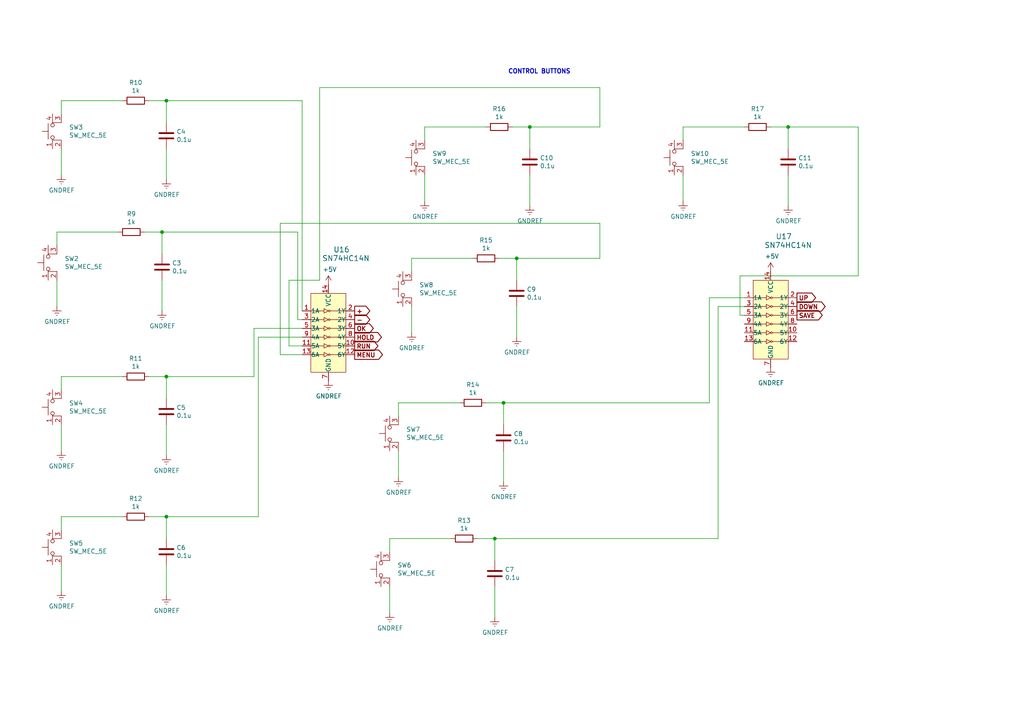
<source format=kicad_sch>
(kicad_sch (version 20211123) (generator eeschema)
  (paper "A4")
  (lib_symbols
    (symbol "Device:C" (pin_numbers hide) (pin_names (offset 0.254))
      (property "Reference" "C" (at 0.635 2.54 0))
      (property "Value" "C" (at 0.635 -2.54 0))
      (symbol "C_0_1"
        (polyline (pts (xy -2.032 -0.762) (xy 2.032 -0.762)) (stroke (width 0.508)))
        (polyline (pts (xy -2.032 0.762) (xy 2.032 0.762)) (stroke (width 0.508)))
      )
      (symbol "C_1_1"
        (pin passive line (at 0 3.81 270) (length 2.794) (name "~") (number "1"))
        (pin passive line (at 0 -3.81 90) (length 2.794) (name "~") (number "2"))
      )
    )
    (symbol "Device:R" (pin_numbers hide) (pin_names (offset 0))
      (property "Reference" "R" (at 2.032 0 90))
      (property "Value" "R" (at 0 0 90))
      (symbol "R_0_1"
        (rectangle (start -1.016 -2.54) (end 1.016 2.54) (stroke (width 0.254)))
      )
      (symbol "R_1_1"
        (pin passive line (at 0 3.81 270) (length 1.27) (name "~") (number "1"))
        (pin passive line (at 0 -3.81 90) (length 1.27) (name "~") (number "2"))
      )
    )
    (symbol "Switch:SW_MEC_5E" (pin_names (offset 1.016) hide)
      (property "Reference" "SW" (at 0.635 5.715 0))
      (property "Value" "SW_MEC_5E" (at 0 -3.175 0))
      (symbol "SW_MEC_5E_0_1"
        (circle (center -1.778 2.54) (radius 0.508))
        (polyline (pts (xy -2.286 3.81) (xy 2.286 3.81)))
        (polyline (pts (xy 0 3.81) (xy 0 5.588)))
        (polyline (pts (xy -2.54 0) (xy -2.54 2.54) (xy -2.286 2.54)))
        (polyline (pts (xy 2.54 0) (xy 2.54 2.54) (xy 2.286 2.54)))
        (circle (center 1.778 2.54) (radius 0.508))
        (pin passive line (at -5.08 2.54 0) (length 2.54) (name "1") (number "1"))
        (pin passive line (at -5.08 0 0) (length 2.54) (name "2") (number "2"))
        (pin passive line (at 5.08 0 180) (length 2.54) (name "K") (number "3"))
        (pin passive line (at 5.08 2.54 180) (length 2.54) (name "A") (number "4"))
      )
    )
    (symbol "dk_Logic-Gates-and-Inverters:SN74HC14N" (pin_names (offset 0.0254))
      (property "Reference" "U" (at -2.54 13.716 0))
      (property "Value" "dk_Logic-Gates-and-Inverters_SN74HC14N" (at 0.254 -11.43 0))
      (symbol "SN74HC14N_0_1"
        (rectangle (start -5.08 12.7) (end 5.08 -10.16) (fill (type background)))
        (polyline (pts (xy -2.54 -5.08) (xy -5.08 -5.08)))
        (polyline (pts (xy -2.54 -2.54) (xy -5.08 -2.54)))
        (polyline (pts (xy -2.54 -2.54) (xy -1.27 -2.54)))
        (polyline (pts (xy -2.54 0) (xy -5.08 0)))
        (polyline (pts (xy -2.54 2.54) (xy -5.08 2.54)))
        (polyline (pts (xy -2.54 2.54) (xy -1.27 2.54)))
        (polyline (pts (xy -2.54 5.08) (xy -5.08 5.08)))
        (polyline (pts (xy -2.54 7.62) (xy -5.08 7.62)))
        (polyline (pts (xy -1.27 -5.08) (xy -2.54 -5.08)))
        (polyline (pts (xy -1.27 0) (xy -2.54 0)))
        (polyline (pts (xy -1.27 5.08) (xy -2.54 5.08)))
        (polyline (pts (xy -1.27 7.62) (xy -2.54 7.62)))
        (polyline (pts (xy 0.508 -5.08) (xy 2.54 -5.08)))
        (polyline (pts (xy 0.508 0) (xy 2.54 0)))
        (polyline (pts (xy 0.508 2.54) (xy 2.54 2.54)))
        (polyline (pts (xy 0.508 5.08) (xy 2.54 5.08)))
        (polyline (pts (xy 2.54 -2.54) (xy 0.508 -2.54)))
        (polyline (pts (xy 2.54 7.62) (xy 0.508 7.62)))
        (polyline (pts (xy 5.08 -5.08) (xy 2.54 -5.08)))
        (polyline (pts (xy 5.08 -2.54) (xy 2.54 -2.54)))
        (polyline (pts (xy 5.08 0) (xy 2.54 0)))
        (polyline (pts (xy 5.08 2.54) (xy 2.54 2.54)))
        (polyline (pts (xy 5.08 5.08) (xy 2.54 5.08)))
        (polyline (pts (xy 5.08 7.62) (xy 2.54 7.62)))
        (polyline (pts (xy -1.27 -4.445) (xy -1.27 -5.715) (xy 0 -5.08) (xy -1.27 -4.445)))
        (polyline (pts (xy -1.27 -1.905) (xy -1.27 -3.175) (xy 0 -2.54) (xy -1.27 -1.905)))
        (polyline (pts (xy -1.27 0.635) (xy -1.27 -0.635) (xy 0 0) (xy -1.27 0.635)))
        (polyline (pts (xy -1.27 3.175) (xy -1.27 1.905) (xy 0 2.54) (xy -1.27 3.175)))
        (polyline (pts (xy -1.27 5.715) (xy -1.27 4.445) (xy 0 5.08) (xy -1.27 5.715)))
        (polyline (pts (xy -1.27 8.255) (xy -1.27 6.985) (xy 0 7.62) (xy -1.27 8.255)))
        (circle (center 0.254 -5.08) (radius 0.254))
        (circle (center 0.254 -2.54) (radius 0.254))
        (circle (center 0.254 0) (radius 0.254))
        (circle (center 0.254 2.54) (radius 0.254))
        (circle (center 0.254 5.08) (radius 0.254))
        (circle (center 0.254 7.62) (radius 0.254))
      )
      (symbol "SN74HC14N_1_1"
        (pin input line (at -7.62 7.62 0) (length 2.54) (name "1A") (number "1"))
        (pin output line (at 7.62 -2.54 180) (length 2.54) (name "5Y") (number "10"))
        (pin input line (at -7.62 -2.54 0) (length 2.54) (name "5A") (number "11"))
        (pin output line (at 7.62 -5.08 180) (length 2.54) (name "6Y") (number "12"))
        (pin input line (at -7.62 -5.08 0) (length 2.54) (name "6A") (number "13"))
        (pin power_in line (at 0 15.24 270) (length 2.54) (name "VCC") (number "14"))
        (pin output line (at 7.62 7.62 180) (length 2.54) (name "1Y") (number "2"))
        (pin input line (at -7.62 5.08 0) (length 2.54) (name "2A") (number "3"))
        (pin output line (at 7.62 5.08 180) (length 2.54) (name "2Y") (number "4"))
        (pin input line (at -7.62 2.54 0) (length 2.54) (name "3A") (number "5"))
        (pin output line (at 7.62 2.54 180) (length 2.54) (name "3Y") (number "6"))
        (pin power_in line (at 0 -12.7 90) (length 2.54) (name "GND") (number "7"))
        (pin output line (at 7.62 0 180) (length 2.54) (name "4Y") (number "8"))
        (pin input line (at -7.62 0 0) (length 2.54) (name "4A") (number "9"))
      )
    )
    (symbol "power:+5V" (power) (pin_names (offset 0))
      (property "Value" "+5V" (at 0 3.556 0))
      (symbol "+5V_0_1"
        (polyline (pts (xy -0.762 1.27) (xy 0 2.54)))
        (polyline (pts (xy 0 0) (xy 0 2.54)))
        (polyline (pts (xy 0 2.54) (xy 0.762 1.27)))
      )
      (symbol "+5V_1_1"
        (pin power_in line (at 0 0 90) (length 0) hide (name "+5V") (number "1"))
      )
    )
    (symbol "power:GNDREF" (power) (pin_names (offset 0))
      (property "Value" "GNDREF" (at 0 -3.81 0))
      (symbol "GNDREF_0_1"
        (polyline (pts (xy -0.635 -1.905) (xy 0.635 -1.905)))
        (polyline (pts (xy -0.127 -2.54) (xy 0.127 -2.54)))
        (polyline (pts (xy 0 -1.27) (xy 0 0)))
        (polyline (pts (xy 1.27 -1.27) (xy -1.27 -1.27)))
      )
      (symbol "GNDREF_1_1"
        (pin power_in line (at 0 0 270) (length 0) hide (name "GNDREF") (number "1"))
      )
    )
  )
  (junction (at 46.99 67.31))
  (junction (at 143.51 156.21))
  (junction (at 149.86 74.93))
  (junction (at 153.67 36.83))
  (junction (at 48.26 29.21))
  (junction (at 48.26 109.22))
  (junction (at 228.6 36.83))
  (junction (at 48.26 149.86))
  (junction (at 146.05 116.84))
  (wire (pts (xy 143.51 162.56) (xy 143.51 156.21)))
  (wire (pts (xy 48.26 156.21) (xy 48.26 149.86)))
  (wire (pts (xy 214.63 91.44) (xy 215.9 91.44)))
  (wire (pts (xy 17.78 123.19) (xy 17.78 130.81)))
  (wire (pts (xy 17.78 153.67) (xy 17.78 149.86)))
  (wire (pts (xy 17.78 113.03) (xy 17.78 109.22)))
  (wire (pts (xy 48.26 29.21) (xy 87.63 29.21)))
  (wire (pts (xy 144.78 74.93) (xy 149.86 74.93)))
  (wire (pts (xy 228.6 50.8) (xy 228.6 59.69)))
  (wire (pts (xy 123.19 36.83) (xy 140.97 36.83)))
  (wire (pts (xy 198.12 36.83) (xy 215.9 36.83)))
  (wire (pts (xy 119.38 74.93) (xy 137.16 74.93)))
  (wire (pts (xy 43.18 149.86) (xy 48.26 149.86)))
  (wire (pts (xy 92.71 25.4) (xy 92.71 81.28)))
  (wire (pts (xy 17.78 109.22) (xy 35.56 109.22)))
  (wire (pts (xy 48.26 149.86) (xy 74.93 149.86)))
  (wire (pts (xy 46.99 81.28) (xy 46.99 90.17)))
  (wire (pts (xy 73.66 109.22) (xy 73.66 95.25)))
  (wire (pts (xy 119.38 78.74) (xy 119.38 74.93)))
  (wire (pts (xy 81.28 64.77) (xy 81.28 102.87)))
  (wire (pts (xy 113.03 160.02) (xy 113.03 156.21)))
  (wire (pts (xy 208.28 88.9) (xy 215.9 88.9)))
  (wire (pts (xy 46.99 73.66) (xy 46.99 67.31)))
  (wire (pts (xy 48.26 43.18) (xy 48.26 52.07)))
  (wire (pts (xy 115.57 130.81) (xy 115.57 138.43)))
  (wire (pts (xy 149.86 88.9) (xy 149.86 97.79)))
  (wire (pts (xy 17.78 29.21) (xy 35.56 29.21)))
  (wire (pts (xy 92.71 81.28) (xy 83.82 81.28)))
  (wire (pts (xy 148.59 36.83) (xy 153.67 36.83)))
  (wire (pts (xy 115.57 116.84) (xy 133.35 116.84)))
  (wire (pts (xy 153.67 50.8) (xy 153.67 59.69)))
  (wire (pts (xy 173.99 25.4) (xy 92.71 25.4)))
  (wire (pts (xy 248.92 36.83) (xy 248.92 80.01)))
  (wire (pts (xy 113.03 170.18) (xy 113.03 177.8)))
  (wire (pts (xy 87.63 29.21) (xy 87.63 90.17)))
  (wire (pts (xy 146.05 130.81) (xy 146.05 139.7)))
  (wire (pts (xy 17.78 43.18) (xy 17.78 50.8)))
  (wire (pts (xy 146.05 123.19) (xy 146.05 116.84)))
  (wire (pts (xy 17.78 163.83) (xy 17.78 171.45)))
  (wire (pts (xy 205.74 86.36) (xy 215.9 86.36)))
  (wire (pts (xy 223.52 36.83) (xy 228.6 36.83)))
  (wire (pts (xy 146.05 116.84) (xy 205.74 116.84)))
  (wire (pts (xy 74.93 149.86) (xy 74.93 97.79)))
  (wire (pts (xy 198.12 40.64) (xy 198.12 36.83)))
  (wire (pts (xy 248.92 80.01) (xy 214.63 80.01)))
  (wire (pts (xy 48.26 109.22) (xy 73.66 109.22)))
  (wire (pts (xy 228.6 43.18) (xy 228.6 36.83)))
  (wire (pts (xy 83.82 100.33) (xy 87.63 100.33)))
  (wire (pts (xy 214.63 80.01) (xy 214.63 91.44)))
  (wire (pts (xy 41.91 67.31) (xy 46.99 67.31)))
  (wire (pts (xy 86.36 92.71) (xy 87.63 92.71)))
  (wire (pts (xy 119.38 88.9) (xy 119.38 96.52)))
  (wire (pts (xy 48.26 123.19) (xy 48.26 132.08)))
  (wire (pts (xy 73.66 95.25) (xy 87.63 95.25)))
  (wire (pts (xy 149.86 74.93) (xy 173.99 74.93)))
  (wire (pts (xy 208.28 156.21) (xy 208.28 88.9)))
  (wire (pts (xy 173.99 74.93) (xy 173.99 64.77)))
  (wire (pts (xy 173.99 64.77) (xy 81.28 64.77)))
  (wire (pts (xy 74.93 97.79) (xy 87.63 97.79)))
  (wire (pts (xy 173.99 36.83) (xy 173.99 25.4)))
  (wire (pts (xy 205.74 116.84) (xy 205.74 86.36)))
  (wire (pts (xy 17.78 149.86) (xy 35.56 149.86)))
  (wire (pts (xy 46.99 67.31) (xy 86.36 67.31)))
  (wire (pts (xy 48.26 115.57) (xy 48.26 109.22)))
  (wire (pts (xy 43.18 29.21) (xy 48.26 29.21)))
  (wire (pts (xy 16.51 81.28) (xy 16.51 88.9)))
  (wire (pts (xy 48.26 163.83) (xy 48.26 172.72)))
  (wire (pts (xy 153.67 36.83) (xy 173.99 36.83)))
  (wire (pts (xy 48.26 35.56) (xy 48.26 29.21)))
  (wire (pts (xy 143.51 170.18) (xy 143.51 179.07)))
  (wire (pts (xy 113.03 156.21) (xy 130.81 156.21)))
  (wire (pts (xy 115.57 120.65) (xy 115.57 116.84)))
  (wire (pts (xy 138.43 156.21) (xy 143.51 156.21)))
  (wire (pts (xy 149.86 81.28) (xy 149.86 74.93)))
  (wire (pts (xy 43.18 109.22) (xy 48.26 109.22)))
  (wire (pts (xy 153.67 43.18) (xy 153.67 36.83)))
  (wire (pts (xy 83.82 81.28) (xy 83.82 100.33)))
  (wire (pts (xy 123.19 50.8) (xy 123.19 58.42)))
  (wire (pts (xy 123.19 40.64) (xy 123.19 36.83)))
  (wire (pts (xy 143.51 156.21) (xy 208.28 156.21)))
  (wire (pts (xy 81.28 102.87) (xy 87.63 102.87)))
  (wire (pts (xy 228.6 36.83) (xy 248.92 36.83)))
  (wire (pts (xy 86.36 67.31) (xy 86.36 92.71)))
  (wire (pts (xy 16.51 71.12) (xy 16.51 67.31)))
  (wire (pts (xy 17.78 33.02) (xy 17.78 29.21)))
  (wire (pts (xy 198.12 50.8) (xy 198.12 58.42)))
  (wire (pts (xy 140.97 116.84) (xy 146.05 116.84)))
  (wire (pts (xy 16.51 67.31) (xy 34.29 67.31)))
  (text "CONTROL BUTTONS" (at 147.32 21.59 0) (effects (font (size 1.27 1.27) (thickness 0.254) bold) (justify left bottom)))
  (global_label "SAVE" (shape output) (at 231.14 91.44 0) (effects (font (thickness 0.254) bold)) (property "Intersheet References" "${INTERSHEET_REFS}" (effects hide)))
  (global_label "OK" (shape output) (at 102.87 95.25 0) (effects (font (thickness 0.254) bold)) (property "Intersheet References" "${INTERSHEET_REFS}" (effects hide)))
  (global_label "HOLD" (shape output) (at 102.87 97.79 0) (effects (font (thickness 0.254) bold)) (property "Intersheet References" "${INTERSHEET_REFS}" (effects hide)))
  (global_label "MENU" (shape output) (at 102.87 102.87 0) (effects (font (thickness 0.254) bold)) (property "Intersheet References" "${INTERSHEET_REFS}" (effects hide)))
  (global_label "+" (shape output) (at 102.87 90.17 0) (effects (font (thickness 0.254) bold)) (property "Intersheet References" "${INTERSHEET_REFS}" (effects hide)))
  (global_label "RUN" (shape output) (at 102.87 100.33 0) (effects (font (thickness 0.254) bold)) (property "Intersheet References" "${INTERSHEET_REFS}" (effects hide)))
  (global_label "DOWN" (shape output) (at 231.14 88.9 0) (effects (font (thickness 0.254) bold)) (property "Intersheet References" "${INTERSHEET_REFS}" (effects hide)))
  (global_label "-" (shape output) (at 102.87 92.71 0) (effects (font (thickness 0.254) bold)) (property "Intersheet References" "${INTERSHEET_REFS}" (effects hide)))
  (global_label "UP" (shape output) (at 231.14 86.36 0) (effects (font (thickness 0.254) bold)) (property "Intersheet References" "${INTERSHEET_REFS}" (effects hide)))
  (symbol (lib_id "dk_Logic-Gates-and-Inverters:SN74HC14N") (at 95.25 97.79 0) (unit 1)
    (property "Reference" "U16" (at 99.06 72.39 0) (effects (font (size 1.524 1.524))))
    (property "Value" "SN74HC14N" (at 100.33 74.93 0) (effects (font (size 1.524 1.524))))
    (property "Footprint" "digikey-footprints:DIP-14_W3mm" (effects hide))
    (property "Datasheet" "http://www.ti.com/general/docs/suppproductinfo.tsp?distId=10&gotoUrl=http%3A%2F%2Fwww.ti.com%2Flit%2Fgpn%2Fsn74hc14" (effects hide))
    (property "Digi-Key_PN" "296-1577-5-ND" (effects hide))
    (property "MPN" "SN74HC14N" (effects hide))
    (property "Category" "Integrated Circuits (ICs)" (effects hide))
    (property "Family" "Logic - Gates and Inverters" (effects hide))
    (property "DK_Datasheet_Link" "http://www.ti.com/general/docs/suppproductinfo.tsp?distId=10&gotoUrl=http%3A%2F%2Fwww.ti.com%2Flit%2Fgpn%2Fsn74hc14" (effects hide))
    (property "DK_Detail_Page" "/product-detail/en/texas-instruments/SN74HC14N/296-1577-5-ND/277223" (effects hide))
    (property "Description" "IC INVERTER SCHMITT 6CH 14DIP" (effects hide))
    (property "Manufacturer" "Texas Instruments" (effects hide))
    (property "Status" "Active" (effects hide))
  )
  (symbol (lib_id "power:+5V") (at 95.25 82.55 0) (unit 1)
    (property "Reference" "#PWR0102" (effects hide))
    (property "Value" "+5V" (at 95.631 78.1558 0))
  )
  (symbol (lib_id "power:GNDREF") (at 95.25 110.49 0) (unit 1)
    (property "Reference" "#PWR0103" (effects hide))
    (property "Value" "GNDREF" (at 95.377 114.8842 0))
  )
  (symbol (lib_id "dk_Logic-Gates-and-Inverters:SN74HC14N") (at 223.52 93.98 0) (unit 1)
    (property "Reference" "U17" (at 227.33 68.58 0) (effects (font (size 1.524 1.524))))
    (property "Value" "SN74HC14N" (at 228.6 71.12 0) (effects (font (size 1.524 1.524))))
    (property "Footprint" "digikey-footprints:DIP-14_W3mm" (effects hide))
    (property "Datasheet" "http://www.ti.com/general/docs/suppproductinfo.tsp?distId=10&gotoUrl=http%3A%2F%2Fwww.ti.com%2Flit%2Fgpn%2Fsn74hc14" (effects hide))
    (property "Digi-Key_PN" "296-1577-5-ND" (effects hide))
    (property "MPN" "SN74HC14N" (effects hide))
    (property "Category" "Integrated Circuits (ICs)" (effects hide))
    (property "Family" "Logic - Gates and Inverters" (effects hide))
    (property "DK_Datasheet_Link" "http://www.ti.com/general/docs/suppproductinfo.tsp?distId=10&gotoUrl=http%3A%2F%2Fwww.ti.com%2Flit%2Fgpn%2Fsn74hc14" (effects hide))
    (property "DK_Detail_Page" "/product-detail/en/texas-instruments/SN74HC14N/296-1577-5-ND/277223" (effects hide))
    (property "Description" "IC INVERTER SCHMITT 6CH 14DIP" (effects hide))
    (property "Manufacturer" "Texas Instruments" (effects hide))
    (property "Status" "Active" (effects hide))
  )
  (symbol (lib_id "power:+5V") (at 223.52 78.74 0) (unit 1)
    (property "Reference" "#PWR0104" (effects hide))
    (property "Value" "+5V" (at 223.901 74.3458 0))
  )
  (symbol (lib_id "power:GNDREF") (at 223.52 106.68 0) (unit 1)
    (property "Reference" "#PWR0105" (effects hide))
    (property "Value" "GNDREF" (at 223.647 111.0742 0))
  )
  (symbol (lib_id "Switch:SW_MEC_5E") (at 17.78 38.1 90) (unit 1)
    (property "Reference" "SW3" (at 20.0152 36.9316 90) (effects (justify right)))
    (property "Value" "SW_MEC_5E" (at 20.0152 39.243 90) (effects (justify right)))
    (property "Footprint" "digikey-footprints:Switch_Tactile_THT_6x6mm_MJTP1230" (effects hide))
    (property "Datasheet" "http://www.apem.com/int/index.php?controller=attachment&id_attachment=1371" (effects hide))
  )
  (symbol (lib_id "Device:C") (at 48.26 39.37 0) (unit 1)
    (property "Reference" "C4" (at 51.181 38.2016 0) (effects (justify left)))
    (property "Value" "0.1u" (at 51.181 40.513 0) (effects (justify left)))
    (property "Footprint" "Capacitor_THT:CP_Radial_D4.0mm_P1.50mm" (effects hide))
  )
  (symbol (lib_id "Device:R") (at 39.37 29.21 270) (unit 1)
    (property "Reference" "R10" (at 39.37 23.9522 90))
    (property "Value" "1k" (at 39.37 26.2636 90))
    (property "Footprint" "digikey-footprints:0603" (effects hide))
  )
  (symbol (lib_id "power:GNDREF") (at 17.78 50.8 0) (unit 1)
    (property "Reference" "#PWR08" (effects hide))
    (property "Value" "GNDREF" (at 17.907 55.1942 0))
  )
  (symbol (lib_id "power:GNDREF") (at 48.26 52.07 0) (unit 1)
    (property "Reference" "#PWR012" (effects hide))
    (property "Value" "GNDREF" (at 48.387 56.4642 0))
  )
  (symbol (lib_id "Switch:SW_MEC_5E") (at 16.51 76.2 90) (unit 1)
    (property "Reference" "SW2" (at 18.7452 75.0316 90) (effects (justify right)))
    (property "Value" "SW_MEC_5E" (at 18.7452 77.343 90) (effects (justify right)))
    (property "Footprint" "digikey-footprints:Switch_Tactile_THT_6x6mm_MJTP1230" (effects hide))
    (property "Datasheet" "http://www.apem.com/int/index.php?controller=attachment&id_attachment=1371" (effects hide))
  )
  (symbol (lib_id "Device:C") (at 46.99 77.47 0) (unit 1)
    (property "Reference" "C3" (at 49.911 76.3016 0) (effects (justify left)))
    (property "Value" "0.1u" (at 49.911 78.613 0) (effects (justify left)))
    (property "Footprint" "Capacitor_THT:CP_Radial_D4.0mm_P1.50mm" (effects hide))
  )
  (symbol (lib_id "Device:R") (at 38.1 67.31 270) (unit 1)
    (property "Reference" "R9" (at 38.1 62.0522 90))
    (property "Value" "1k" (at 38.1 64.3636 90))
    (property "Footprint" "digikey-footprints:0603" (effects hide))
  )
  (symbol (lib_id "power:GNDREF") (at 16.51 88.9 0) (unit 1)
    (property "Reference" "#PWR07" (effects hide))
    (property "Value" "GNDREF" (at 16.637 93.2942 0))
  )
  (symbol (lib_id "power:GNDREF") (at 46.99 90.17 0) (unit 1)
    (property "Reference" "#PWR011" (effects hide))
    (property "Value" "GNDREF" (at 47.117 94.5642 0))
  )
  (symbol (lib_id "Switch:SW_MEC_5E") (at 17.78 118.11 90) (unit 1)
    (property "Reference" "SW4" (at 20.0152 116.9416 90) (effects (justify right)))
    (property "Value" "SW_MEC_5E" (at 20.0152 119.253 90) (effects (justify right)))
    (property "Footprint" "digikey-footprints:Switch_Tactile_THT_6x6mm_MJTP1230" (effects hide))
    (property "Datasheet" "http://www.apem.com/int/index.php?controller=attachment&id_attachment=1371" (effects hide))
  )
  (symbol (lib_id "Device:C") (at 48.26 119.38 0) (unit 1)
    (property "Reference" "C5" (at 51.181 118.2116 0) (effects (justify left)))
    (property "Value" "0.1u" (at 51.181 120.523 0) (effects (justify left)))
    (property "Footprint" "Capacitor_THT:CP_Radial_D4.0mm_P1.50mm" (effects hide))
  )
  (symbol (lib_id "Device:R") (at 39.37 109.22 270) (unit 1)
    (property "Reference" "R11" (at 39.37 103.9622 90))
    (property "Value" "1k" (at 39.37 106.2736 90))
    (property "Footprint" "digikey-footprints:0603" (effects hide))
  )
  (symbol (lib_id "power:GNDREF") (at 17.78 130.81 0) (unit 1)
    (property "Reference" "#PWR09" (effects hide))
    (property "Value" "GNDREF" (at 17.907 135.2042 0))
  )
  (symbol (lib_id "power:GNDREF") (at 48.26 132.08 0) (unit 1)
    (property "Reference" "#PWR013" (effects hide))
    (property "Value" "GNDREF" (at 48.387 136.4742 0))
  )
  (symbol (lib_id "Switch:SW_MEC_5E") (at 17.78 158.75 90) (unit 1)
    (property "Reference" "SW5" (at 20.0152 157.5816 90) (effects (justify right)))
    (property "Value" "SW_MEC_5E" (at 20.0152 159.893 90) (effects (justify right)))
    (property "Footprint" "digikey-footprints:Switch_Tactile_THT_6x6mm_MJTP1230" (effects hide))
    (property "Datasheet" "http://www.apem.com/int/index.php?controller=attachment&id_attachment=1371" (effects hide))
  )
  (symbol (lib_id "Device:C") (at 48.26 160.02 0) (unit 1)
    (property "Reference" "C6" (at 51.181 158.8516 0) (effects (justify left)))
    (property "Value" "0.1u" (at 51.181 161.163 0) (effects (justify left)))
    (property "Footprint" "Capacitor_THT:CP_Radial_D4.0mm_P1.50mm" (effects hide))
  )
  (symbol (lib_id "Device:R") (at 39.37 149.86 270) (unit 1)
    (property "Reference" "R12" (at 39.37 144.6022 90))
    (property "Value" "1k" (at 39.37 146.9136 90))
    (property "Footprint" "digikey-footprints:0603" (effects hide))
  )
  (symbol (lib_id "power:GNDREF") (at 17.78 171.45 0) (unit 1)
    (property "Reference" "#PWR010" (effects hide))
    (property "Value" "GNDREF" (at 17.907 175.8442 0))
  )
  (symbol (lib_id "power:GNDREF") (at 48.26 172.72 0) (unit 1)
    (property "Reference" "#PWR014" (effects hide))
    (property "Value" "GNDREF" (at 48.387 177.1142 0))
  )
  (symbol (lib_id "Switch:SW_MEC_5E") (at 123.19 45.72 90) (unit 1)
    (property "Reference" "SW9" (at 125.4252 44.5516 90) (effects (justify right)))
    (property "Value" "SW_MEC_5E" (at 125.4252 46.863 90) (effects (justify right)))
    (property "Footprint" "digikey-footprints:Switch_Tactile_THT_6x6mm_MJTP1230" (effects hide))
    (property "Datasheet" "http://www.apem.com/int/index.php?controller=attachment&id_attachment=1371" (effects hide))
  )
  (symbol (lib_id "Device:C") (at 153.67 46.99 0) (unit 1)
    (property "Reference" "C10" (at 156.591 45.8216 0) (effects (justify left)))
    (property "Value" "0.1u" (at 156.591 48.133 0) (effects (justify left)))
    (property "Footprint" "Capacitor_THT:CP_Radial_D4.0mm_P1.50mm" (effects hide))
  )
  (symbol (lib_id "Device:R") (at 144.78 36.83 270) (unit 1)
    (property "Reference" "R16" (at 144.78 31.5722 90))
    (property "Value" "1k" (at 144.78 33.8836 90))
    (property "Footprint" "digikey-footprints:0603" (effects hide))
  )
  (symbol (lib_id "power:GNDREF") (at 123.19 58.42 0) (unit 1)
    (property "Reference" "#PWR018" (effects hide))
    (property "Value" "GNDREF" (at 123.317 62.8142 0))
  )
  (symbol (lib_id "power:GNDREF") (at 153.67 59.69 0) (unit 1)
    (property "Reference" "#PWR022" (effects hide))
    (property "Value" "GNDREF" (at 153.797 64.0842 0))
  )
  (symbol (lib_id "Switch:SW_MEC_5E") (at 119.38 83.82 90) (unit 1)
    (property "Reference" "SW8" (at 121.6152 82.6516 90) (effects (justify right)))
    (property "Value" "SW_MEC_5E" (at 121.6152 84.963 90) (effects (justify right)))
    (property "Footprint" "digikey-footprints:Switch_Tactile_THT_6x6mm_MJTP1230" (effects hide))
    (property "Datasheet" "http://www.apem.com/int/index.php?controller=attachment&id_attachment=1371" (effects hide))
  )
  (symbol (lib_id "Device:C") (at 149.86 85.09 0) (unit 1)
    (property "Reference" "C9" (at 152.781 83.9216 0) (effects (justify left)))
    (property "Value" "0.1u" (at 152.781 86.233 0) (effects (justify left)))
    (property "Footprint" "Capacitor_THT:CP_Radial_D4.0mm_P1.50mm" (effects hide))
  )
  (symbol (lib_id "Device:R") (at 140.97 74.93 270) (unit 1)
    (property "Reference" "R15" (at 140.97 69.6722 90))
    (property "Value" "1k" (at 140.97 71.9836 90))
    (property "Footprint" "digikey-footprints:0603" (effects hide))
  )
  (symbol (lib_id "power:GNDREF") (at 119.38 96.52 0) (unit 1)
    (property "Reference" "#PWR017" (effects hide))
    (property "Value" "GNDREF" (at 119.507 100.9142 0))
  )
  (symbol (lib_id "power:GNDREF") (at 149.86 97.79 0) (unit 1)
    (property "Reference" "#PWR021" (effects hide))
    (property "Value" "GNDREF" (at 149.987 102.1842 0))
  )
  (symbol (lib_id "Switch:SW_MEC_5E") (at 115.57 125.73 90) (unit 1)
    (property "Reference" "SW7" (at 117.8052 124.5616 90) (effects (justify right)))
    (property "Value" "SW_MEC_5E" (at 117.8052 126.873 90) (effects (justify right)))
    (property "Footprint" "digikey-footprints:Switch_Tactile_THT_6x6mm_MJTP1230" (effects hide))
    (property "Datasheet" "http://www.apem.com/int/index.php?controller=attachment&id_attachment=1371" (effects hide))
  )
  (symbol (lib_id "Device:C") (at 146.05 127 0) (unit 1)
    (property "Reference" "C8" (at 148.971 125.8316 0) (effects (justify left)))
    (property "Value" "0.1u" (at 148.971 128.143 0) (effects (justify left)))
    (property "Footprint" "Capacitor_THT:CP_Radial_D4.0mm_P1.50mm" (effects hide))
  )
  (symbol (lib_id "Device:R") (at 137.16 116.84 270) (unit 1)
    (property "Reference" "R14" (at 137.16 111.5822 90))
    (property "Value" "1k" (at 137.16 113.8936 90))
    (property "Footprint" "digikey-footprints:0603" (effects hide))
  )
  (symbol (lib_id "power:GNDREF") (at 115.57 138.43 0) (unit 1)
    (property "Reference" "#PWR016" (effects hide))
    (property "Value" "GNDREF" (at 115.697 142.8242 0))
  )
  (symbol (lib_id "power:GNDREF") (at 146.05 139.7 0) (unit 1)
    (property "Reference" "#PWR020" (effects hide))
    (property "Value" "GNDREF" (at 146.177 144.0942 0))
  )
  (symbol (lib_id "Switch:SW_MEC_5E") (at 113.03 165.1 90) (unit 1)
    (property "Reference" "SW6" (at 115.2652 163.9316 90) (effects (justify right)))
    (property "Value" "SW_MEC_5E" (at 115.2652 166.243 90) (effects (justify right)))
    (property "Footprint" "digikey-footprints:Switch_Tactile_THT_6x6mm_MJTP1230" (effects hide))
    (property "Datasheet" "http://www.apem.com/int/index.php?controller=attachment&id_attachment=1371" (effects hide))
  )
  (symbol (lib_id "Device:C") (at 143.51 166.37 0) (unit 1)
    (property "Reference" "C7" (at 146.431 165.2016 0) (effects (justify left)))
    (property "Value" "0.1u" (at 146.431 167.513 0) (effects (justify left)))
    (property "Footprint" "Capacitor_THT:CP_Radial_D4.0mm_P1.50mm" (effects hide))
  )
  (symbol (lib_id "Device:R") (at 134.62 156.21 270) (unit 1)
    (property "Reference" "R13" (at 134.62 150.9522 90))
    (property "Value" "1k" (at 134.62 153.2636 90))
    (property "Footprint" "digikey-footprints:0603" (effects hide))
  )
  (symbol (lib_id "power:GNDREF") (at 113.03 177.8 0) (unit 1)
    (property "Reference" "#PWR015" (effects hide))
    (property "Value" "GNDREF" (at 113.157 182.1942 0))
  )
  (symbol (lib_id "power:GNDREF") (at 143.51 179.07 0) (unit 1)
    (property "Reference" "#PWR019" (effects hide))
    (property "Value" "GNDREF" (at 143.637 183.4642 0))
  )
  (symbol (lib_id "Switch:SW_MEC_5E") (at 198.12 45.72 90) (unit 1)
    (property "Reference" "SW10" (at 200.3552 44.5516 90) (effects (justify right)))
    (property "Value" "SW_MEC_5E" (at 200.3552 46.863 90) (effects (justify right)))
    (property "Footprint" "digikey-footprints:Switch_Tactile_THT_6x6mm_MJTP1230" (effects hide))
    (property "Datasheet" "http://www.apem.com/int/index.php?controller=attachment&id_attachment=1371" (effects hide))
  )
  (symbol (lib_id "Device:C") (at 228.6 46.99 0) (unit 1)
    (property "Reference" "C11" (at 231.521 45.8216 0) (effects (justify left)))
    (property "Value" "0.1u" (at 231.521 48.133 0) (effects (justify left)))
    (property "Footprint" "Capacitor_THT:CP_Radial_D4.0mm_P1.50mm" (effects hide))
  )
  (symbol (lib_id "Device:R") (at 219.71 36.83 270) (unit 1)
    (property "Reference" "R17" (at 219.71 31.5722 90))
    (property "Value" "1k" (at 219.71 33.8836 90))
    (property "Footprint" "digikey-footprints:0603" (effects hide))
  )
  (symbol (lib_id "power:GNDREF") (at 198.12 58.42 0) (unit 1)
    (property "Reference" "#PWR023" (effects hide))
    (property "Value" "GNDREF" (at 198.247 62.8142 0))
  )
  (symbol (lib_id "power:GNDREF") (at 228.6 59.69 0) (unit 1)
    (property "Reference" "#PWR024" (effects hide))
    (property "Value" "GNDREF" (at 228.727 64.0842 0))
  )
)
</source>
